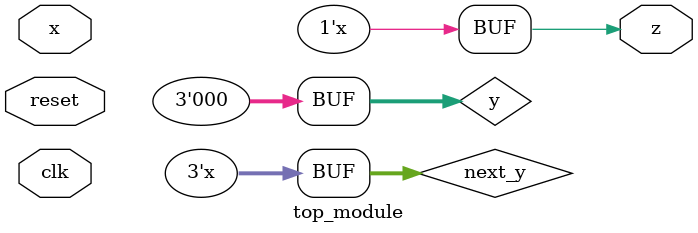
<source format=sv>
module top_module (
	input clk,
	input reset,
	input x,
	output reg z
);

	reg [2:0] y, next_y;
	always @(posedge clk or posedge reset)
	begin
		if (reset)
			y <= 3'b000;
		else
			y <= next_y;
	end

	always @(*)
	begin
		case (y)
			3'b000:
				begin
					if (x)
						begin
							next_y = 3'b001;
							z = 1'b0;
						end
					else
						begin
							next_y = 3'b000;
							z = 1'b0;
						end
				end
			3'b001:
				begin
					if (x)
						begin
							next_y = 3'b100;
							z = 1'b0;
						end
					else
						begin
							next_y = 3'b001;
							z = 1'b0;
						end
				end
			3'b010:
				begin
					if (x)
						begin
							next_y = 3'b001;
							z = 1'b0;
						end
					else
						begin
							next_y = 3'b010;
							z = 1'b0;
						end
				end
			3'b011:
				begin
					if (x)
						begin
							next_y = 3'b010;
							z = 1'b1;
						end
					else
						begin
							next_y = 3'b001;
							z = 1'b0;
						end
				end
			3'b100:
				begin
					if (x)
						begin
							next_y = 3'b100;
							z = 1'b1;
						end
					else
						begin
							next_y = 3'b011;
							z = 1'b1;
						end
				end
			default:
				y <= 3'b000;
		endcase
	end
endmodule

</source>
